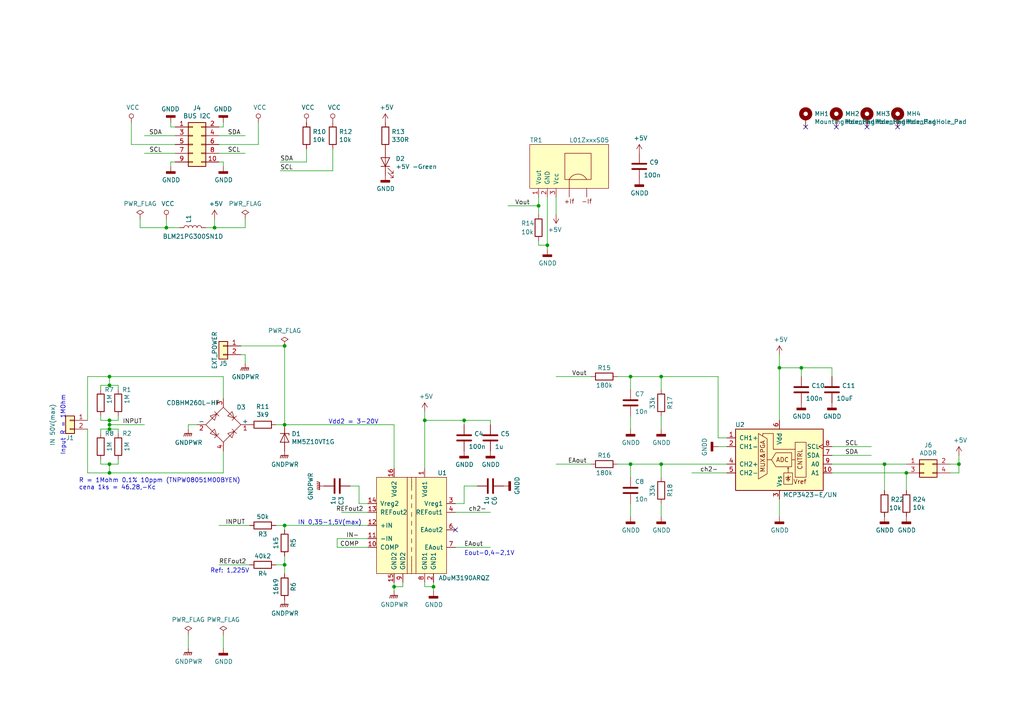
<source format=kicad_sch>
(kicad_sch (version 20230121) (generator eeschema)
  (paper "A4")
  (title_block (title "VCAI2C02A") (date "%F") (rev "REV") (company "VCO34 for Mlab www.mlab.cz") (comment 2 "High-power voltage and current sensor\\nwith I2C interface.") (comment 4 "GPL 3.0"))
  (lib_symbols
    (symbol "ADuM3190:ADuM3190" (pin_names (offset 1.016))
      (property "Reference" "U" (at -8.89 11.43 0))
      (property "Value" "ADuM3190" (at 12.7 -19.05 0))
      (symbol "ADuM3190_0_1"
        (rectangle (start -10.16 10.16) (end 10.16 -17.78) (fill (type background)))
        (polyline (pts (xy -1.27 10.16) (xy -1.27 -17.78)))
        (polyline (pts (xy 0 -17.78) (xy 0 -16.51)))
        (polyline (pts (xy 0 -16.51) (xy 0 -15.24)))
        (polyline (pts (xy 0 -15.24) (xy 0 -13.97)))
        (polyline (pts (xy 0 -13.97) (xy 0 -12.7)))
        (polyline (pts (xy 0 -10.16) (xy 0 -11.43)))
        (polyline (pts (xy 0 -7.62) (xy 0 -8.89)))
        (polyline (pts (xy 0 -5.08) (xy 0 -6.35)))
        (polyline (pts (xy 0 -2.54) (xy 0 -3.81)))
        (polyline (pts (xy 0 0) (xy 0 -1.27)))
        (polyline (pts (xy 0 2.54) (xy 0 1.27)))
        (polyline (pts (xy 0 5.08) (xy 0 3.81)))
        (polyline (pts (xy 0 7.62) (xy 0 6.35)))
        (polyline (pts (xy 0 7.62) (xy 0 8.89)))
        (polyline (pts (xy 0 10.16) (xy 0 8.89)))
        (polyline (pts (xy 1.27 10.16) (xy 1.27 -17.78)))
      )
      (symbol "ADuM3190_1_1"
        (pin power_in line (at -3.81 12.7 270) (length 2.54) (name "Vdd1") (number "1"))
        (pin output line (at 12.7 -10.16 180) (length 2.54) (name "COMP") (number "10"))
        (pin input line (at 12.7 -7.62 180) (length 2.54) (name "-IN") (number "11"))
        (pin input line (at 12.7 -3.81 180) (length 2.54) (name "+IN") (number "12"))
        (pin output line (at 12.7 0 180) (length 2.54) (name "REFout2") (number "13"))
        (pin input line (at 12.7 2.54 180) (length 2.54) (name "Vreg2") (number "14"))
        (pin power_in line (at 5.08 -20.32 90) (length 2.54) (name "GND2") (number "15"))
        (pin power_in line (at 5.08 12.7 270) (length 2.54) (name "Vdd2") (number "16"))
        (pin power_in line (at -6.35 -20.32 90) (length 2.54) (name "GND1") (number "2"))
        (pin input line (at -12.7 2.54 0) (length 2.54) (name "Vreg1") (number "3"))
        (pin output line (at -12.7 0 0) (length 2.54) (name "REFout1") (number "4"))
        (pin no_connect line (at -12.7 -2.54 0) (length 2.54) hide (name "NC") (number "5"))
        (pin output line (at -12.7 -5.08 0) (length 2.54) (name "EAout2") (number "6"))
        (pin output line (at -12.7 -10.16 0) (length 2.54) (name "EAout") (number "7"))
        (pin power_in line (at -3.81 -20.32 90) (length 2.54) (name "GND1") (number "8"))
        (pin power_in line (at 2.54 -20.32 90) (length 2.54) (name "GND2") (number "9"))
      )
    )
    (symbol "L01ZxxxS05:L01ZxxxS05" (pin_names (offset 1.016))
      (property "Reference" "TR" (at -7.62 12.7 0))
      (property "Value" "L01ZxxxS05" (at 5.08 12.7 0))
      (symbol "L01ZxxxS05_0_0"
        (text "+If" (at 2.54 -5.08 0) (effects (font (size 1.27 1.27))))
        (text "-If" (at 7.62 -5.08 0) (effects (font (size 1.27 1.27))))
      )
      (symbol "L01ZxxxS05_0_1"
        (rectangle (start -8.89 11.43) (end 13.97 -1.27) (fill (type background)))
        (polyline (pts (xy 2.54 1.27) (xy 2.54 -3.81)))
        (polyline (pts (xy 7.62 -1.27) (xy 7.62 -3.81)))
        (rectangle (start 1.27 8.89) (end 8.89 1.27))
        (arc (start 7.62 1.27) (mid 5.08 2.8398) (end 2.54 1.27))
      )
      (symbol "L01ZxxxS05_1_1"
        (pin power_out line (at -6.35 -3.81 90) (length 2.54) (name "Vout") (number "1"))
        (pin power_in line (at -3.81 -3.81 90) (length 2.54) (name "GND") (number "2"))
        (pin power_in line (at -1.27 -3.81 90) (length 2.54) (name "Vcc") (number "3"))
      )
    )
    (symbol "VCAI2C02A-rescue:+5V-power" (power) (pin_names (offset 0))
      (property "Value" "+5V-power" (at 0 3.556 0))
      (symbol "+5V-power_0_1"
        (polyline (pts (xy -0.762 1.27) (xy 0 2.54)))
        (polyline (pts (xy 0 0) (xy 0 2.54)))
        (polyline (pts (xy 0 2.54) (xy 0.762 1.27)))
      )
      (symbol "+5V-power_1_1"
        (pin power_in line (at 0 0 90) (length 0) hide (name "+5V") (number "1"))
      )
    )
    (symbol "VCAI2C02A-rescue:C-Device" (pin_numbers hide) (pin_names (offset 0.254))
      (property "Reference" "C" (at 0.635 2.54 0))
      (property "Value" "C-Device" (at 0.635 -2.54 0))
      (symbol "C-Device_0_1"
        (polyline (pts (xy -2.032 -0.762) (xy 2.032 -0.762)) (stroke (width 0.508)))
        (polyline (pts (xy -2.032 0.762) (xy 2.032 0.762)) (stroke (width 0.508)))
      )
      (symbol "C-Device_1_1"
        (pin passive line (at 0 3.81 270) (length 2.794) (name "~") (number "1"))
        (pin passive line (at 0 -3.81 90) (length 2.794) (name "~") (number "2"))
      )
    )
    (symbol "VCAI2C02A-rescue:Conn_01x02-Connector_Generic" (pin_names (offset 1.016) hide)
      (property "Reference" "J" (at 0 2.54 0))
      (property "Value" "Conn_01x02-Connector_Generic" (at 0 -5.08 0))
      (symbol "Conn_01x02-Connector_Generic_1_1"
        (rectangle (start -1.27 -2.413) (end 0 -2.667) (stroke (width 0.1524)))
        (rectangle (start -1.27 0.127) (end 0 -0.127) (stroke (width 0.1524)))
        (rectangle (start -1.27 1.27) (end 1.27 -3.81) (stroke (width 0.254)) (fill (type background)))
        (pin passive line (at -5.08 0 0) (length 3.81) (name "Pin_1") (number "1"))
        (pin passive line (at -5.08 -2.54 0) (length 3.81) (name "Pin_2") (number "2"))
      )
    )
    (symbol "VCAI2C02A-rescue:Conn_02x02_Odd_Even-Connector_Generic" (pin_names (offset 1.016) hide)
      (property "Reference" "J" (at 1.27 2.54 0))
      (property "Value" "Conn_02x02_Odd_Even-Connector_Generic" (at 1.27 -5.08 0))
      (symbol "Conn_02x02_Odd_Even-Connector_Generic_1_1"
        (rectangle (start -1.27 -2.413) (end 0 -2.667) (stroke (width 0.1524)))
        (rectangle (start -1.27 0.127) (end 0 -0.127) (stroke (width 0.1524)))
        (rectangle (start -1.27 1.27) (end 3.81 -3.81) (stroke (width 0.254)) (fill (type background)))
        (rectangle (start 3.81 -2.413) (end 2.54 -2.667) (stroke (width 0.1524)))
        (rectangle (start 3.81 0.127) (end 2.54 -0.127) (stroke (width 0.1524)))
        (pin passive line (at -5.08 0 0) (length 3.81) (name "Pin_1") (number "1"))
        (pin passive line (at 7.62 0 180) (length 3.81) (name "Pin_2") (number "2"))
        (pin passive line (at -5.08 -2.54 0) (length 3.81) (name "Pin_3") (number "3"))
        (pin passive line (at 7.62 -2.54 180) (length 3.81) (name "Pin_4") (number "4"))
      )
    )
    (symbol "VCAI2C02A-rescue:Conn_02x05_Odd_Even-Connector_Generic" (pin_names (offset 1.016) hide)
      (property "Reference" "J" (at 1.27 7.62 0))
      (property "Value" "Conn_02x05_Odd_Even-Connector_Generic" (at 1.27 -7.62 0))
      (symbol "Conn_02x05_Odd_Even-Connector_Generic_1_1"
        (rectangle (start -1.27 -4.953) (end 0 -5.207) (stroke (width 0.1524)))
        (rectangle (start -1.27 -2.413) (end 0 -2.667) (stroke (width 0.1524)))
        (rectangle (start -1.27 0.127) (end 0 -0.127) (stroke (width 0.1524)))
        (rectangle (start -1.27 2.667) (end 0 2.413) (stroke (width 0.1524)))
        (rectangle (start -1.27 5.207) (end 0 4.953) (stroke (width 0.1524)))
        (rectangle (start -1.27 6.35) (end 3.81 -6.35) (stroke (width 0.254)) (fill (type background)))
        (rectangle (start 3.81 -4.953) (end 2.54 -5.207) (stroke (width 0.1524)))
        (rectangle (start 3.81 -2.413) (end 2.54 -2.667) (stroke (width 0.1524)))
        (rectangle (start 3.81 0.127) (end 2.54 -0.127) (stroke (width 0.1524)))
        (rectangle (start 3.81 2.667) (end 2.54 2.413) (stroke (width 0.1524)))
        (rectangle (start 3.81 5.207) (end 2.54 4.953) (stroke (width 0.1524)))
        (pin passive line (at -5.08 5.08 0) (length 3.81) (name "Pin_1") (number "1"))
        (pin passive line (at 7.62 -5.08 180) (length 3.81) (name "Pin_10") (number "10"))
        (pin passive line (at 7.62 5.08 180) (length 3.81) (name "Pin_2") (number "2"))
        (pin passive line (at -5.08 2.54 0) (length 3.81) (name "Pin_3") (number "3"))
        (pin passive line (at 7.62 2.54 180) (length 3.81) (name "Pin_4") (number "4"))
        (pin passive line (at -5.08 0 0) (length 3.81) (name "Pin_5") (number "5"))
        (pin passive line (at 7.62 0 180) (length 3.81) (name "Pin_6") (number "6"))
        (pin passive line (at -5.08 -2.54 0) (length 3.81) (name "Pin_7") (number "7"))
        (pin passive line (at 7.62 -2.54 180) (length 3.81) (name "Pin_8") (number "8"))
        (pin passive line (at -5.08 -5.08 0) (length 3.81) (name "Pin_9") (number "9"))
      )
    )
    (symbol "VCAI2C02A-rescue:D_Bridge_+-AA-Device" (pin_names (offset 0))
      (property "Reference" "D" (at 2.54 6.985 0))
      (property "Value" "D_Bridge_+-AA-Device" (at 2.54 5.08 0))
      (symbol "D_Bridge_+-AA-Device_0_1"
        (polyline (pts (xy -2.54 3.81) (xy -1.27 2.54)))
        (polyline (pts (xy -1.27 -2.54) (xy -2.54 -3.81)))
        (polyline (pts (xy 2.54 -1.27) (xy 3.81 -2.54)))
        (polyline (pts (xy 2.54 1.27) (xy 3.81 2.54)))
        (polyline (pts (xy -3.81 2.54) (xy -2.54 1.27) (xy -1.905 3.175) (xy -3.81 2.54)))
        (polyline (pts (xy -2.54 -1.27) (xy -3.81 -2.54) (xy -1.905 -3.175) (xy -2.54 -1.27)))
        (polyline (pts (xy 1.27 2.54) (xy 2.54 3.81) (xy 3.175 1.905) (xy 1.27 2.54)))
        (polyline (pts (xy 3.175 -1.905) (xy 1.27 -2.54) (xy 2.54 -3.81) (xy 3.175 -1.905)))
        (polyline (pts (xy -5.08 0) (xy 0 -5.08) (xy 5.08 0) (xy 0 5.08) (xy -5.08 0)))
      )
      (symbol "D_Bridge_+-AA-Device_1_1"
        (pin passive line (at 7.62 0 180) (length 2.54) (name "+") (number "1"))
        (pin passive line (at -7.62 0 0) (length 2.54) (name "-") (number "2"))
        (pin passive line (at 0 7.62 270) (length 2.54) (name "~") (number "3"))
        (pin passive line (at 0 -7.62 90) (length 2.54) (name "~") (number "4"))
      )
    )
    (symbol "VCAI2C02A-rescue:D_Zener-Device" (pin_numbers hide) (pin_names (offset 1.016) hide)
      (property "Reference" "D" (at 0 2.54 0))
      (property "Value" "D_Zener-Device" (at 0 -2.54 0))
      (symbol "D_Zener-Device_0_1"
        (polyline (pts (xy 1.27 0) (xy -1.27 0)))
        (polyline (pts (xy -1.27 -1.27) (xy -1.27 1.27) (xy -0.762 1.27)) (stroke (width 0.2032)))
        (polyline (pts (xy 1.27 -1.27) (xy 1.27 1.27) (xy -1.27 0) (xy 1.27 -1.27)) (stroke (width 0.2032)))
      )
      (symbol "D_Zener-Device_1_1"
        (pin passive line (at -3.81 0 0) (length 2.54) (name "K") (number "1"))
        (pin passive line (at 3.81 0 180) (length 2.54) (name "A") (number "2"))
      )
    )
    (symbol "VCAI2C02A-rescue:GNDD-power" (power) (pin_names (offset 0))
      (property "Value" "GNDD-power" (at 0 -3.175 0))
      (symbol "GNDD-power_0_1"
        (rectangle (start -1.27 -1.524) (end 1.27 -2.032) (stroke (width 0.254)) (fill (type outline)))
        (polyline (pts (xy 0 0) (xy 0 -1.524)))
      )
      (symbol "GNDD-power_1_1"
        (pin power_in line (at 0 0 270) (length 0) hide (name "GNDD") (number "1"))
      )
    )
    (symbol "VCAI2C02A-rescue:GNDPWR-power" (power) (pin_names (offset 0))
      (property "Value" "GNDPWR-power" (at 0 -3.302 0))
      (symbol "GNDPWR-power_0_1"
        (polyline (pts (xy 0 -1.27) (xy 0 0)))
        (polyline (pts (xy -1.016 -1.27) (xy -1.27 -2.032) (xy -1.27 -2.032)) (stroke (width 0.2032)))
        (polyline (pts (xy -0.508 -1.27) (xy -0.762 -2.032) (xy -0.762 -2.032)) (stroke (width 0.2032)))
        (polyline (pts (xy 0 -1.27) (xy -0.254 -2.032) (xy -0.254 -2.032)) (stroke (width 0.2032)))
        (polyline (pts (xy 0.508 -1.27) (xy 0.254 -2.032) (xy 0.254 -2.032)) (stroke (width 0.2032)))
        (polyline (pts (xy 1.016 -1.27) (xy -1.016 -1.27) (xy -1.016 -1.27)) (stroke (width 0.2032)))
        (polyline (pts (xy 1.016 -1.27) (xy 0.762 -2.032) (xy 0.762 -2.032) (xy 0.762 -2.032)) (stroke (width 0.2032)))
      )
      (symbol "GNDPWR-power_1_1"
        (pin power_in line (at 0 0 270) (length 0) hide (name "GNDPWR") (number "1"))
      )
    )
    (symbol "VCAI2C02A-rescue:L-Device" (pin_numbers hide) (pin_names (offset 1.016) hide)
      (property "Reference" "L" (at -1.27 0 90))
      (property "Value" "L-Device" (at 1.905 0 90))
      (symbol "L-Device_0_1"
        (arc (start 0 -2.54) (mid 0.6323 -1.905) (end 0 -1.27))
        (arc (start 0 -1.27) (mid 0.6323 -0.635) (end 0 0))
        (arc (start 0 0) (mid 0.6323 0.635) (end 0 1.27))
        (arc (start 0 1.27) (mid 0.6323 1.905) (end 0 2.54))
      )
      (symbol "L-Device_1_1"
        (pin passive line (at 0 3.81 270) (length 1.27) (name "1") (number "1"))
        (pin passive line (at 0 -3.81 90) (length 1.27) (name "2") (number "2"))
      )
    )
    (symbol "VCAI2C02A-rescue:LED-Device" (pin_numbers hide) (pin_names (offset 1.016) hide)
      (property "Reference" "D" (at 0 2.54 0))
      (property "Value" "LED-Device" (at 0 -2.54 0))
      (symbol "LED-Device_0_1"
        (polyline (pts (xy -1.27 -1.27) (xy -1.27 1.27)) (stroke (width 0.2032)))
        (polyline (pts (xy -1.27 0) (xy 1.27 0)))
        (polyline (pts (xy 1.27 -1.27) (xy 1.27 1.27) (xy -1.27 0) (xy 1.27 -1.27)) (stroke (width 0.2032)))
        (polyline (pts (xy -3.048 -0.762) (xy -4.572 -2.286) (xy -3.81 -2.286) (xy -4.572 -2.286) (xy -4.572 -1.524)))
        (polyline (pts (xy -1.778 -0.762) (xy -3.302 -2.286) (xy -2.54 -2.286) (xy -3.302 -2.286) (xy -3.302 -1.524)))
      )
      (symbol "LED-Device_1_1"
        (pin passive line (at -3.81 0 0) (length 2.54) (name "K") (number "1"))
        (pin passive line (at 3.81 0 180) (length 2.54) (name "A") (number "2"))
      )
    )
    (symbol "VCAI2C02A-rescue:MCP3423-Analog_ADC" (pin_names (offset 1.016))
      (property "Reference" "U" (at -2.54 11.43 0))
      (property "Value" "MCP3423-Analog_ADC" (at -2.54 8.89 0))
      (symbol "MCP3423-Analog_ADC_0_0"
        (polyline (pts (xy -6.096 6.35) (xy -3.556 4.826) (xy -3.556 -5.334) (xy -6.096 -6.858) (xy -6.096 6.35)))
        (polyline (pts (xy 4.572 1.778) (xy -1.778 1.778) (xy -1.778 6.35) (xy -4.826 6.35) (xy -4.826 5.588)))
        (polyline (pts (xy 3.556 0.762) (xy 3.556 -3.302) (xy -1.016 -3.302) (xy -2.286 -1.27) (xy -1.016 0.762) (xy 3.556 0.762)))
        (text "ADC" (at 0.889 -1.27 0) (effects (font (size 1.27 1.27))))
        (text "CNTRL" (at 6.731 -4.191 900) (effects (font (size 1.27 1.27)) (justify left bottom)))
        (text "MUX&PGA" (at -4.826 -0.254 900) (effects (font (size 1.27 1.27))))
        (text "Vref" (at 5.969 -7.62 0) (effects (font (size 1.27 1.27))))
      )
      (symbol "MCP3423-Analog_ADC_0_1"
        (polyline (pts (xy -3.556 -1.27) (xy -2.286 -1.27)))
        (polyline (pts (xy 2.032 -6.35) (xy 1.778 -6.604)))
        (polyline (pts (xy 2.54 -5.842) (xy 2.54 -7.62)))
        (polyline (pts (xy 2.54 -3.556) (xy 2.794 -3.81)))
        (polyline (pts (xy 3.556 -1.27) (xy 4.572 -1.27)))
        (polyline (pts (xy 2.032 -6.35) (xy 3.048 -6.35) (xy 3.302 -6.096)))
        (polyline (pts (xy 2.54 -5.08) (xy 2.54 -3.556) (xy 2.286 -3.81)))
        (polyline (pts (xy 2.54 -6.35) (xy 2.032 -7.112) (xy 3.048 -7.112) (xy 2.54 -6.35)))
        (rectangle (start 1.27 -5.08) (end 3.81 -8.382))
        (rectangle (start 4.572 -6.35) (end 7.747 3.81))
        (rectangle (start 12.7 7.62) (end -12.7 -10.16) (stroke (width 0.254)) (fill (type background)))
      )
      (symbol "MCP3423-Analog_ADC_1_1"
        (pin input line (at -15.24 5.08 0) (length 2.54) (name "CH1+") (number "1"))
        (pin input line (at 15.24 -5.08 180) (length 2.54) (name "A1") (number "10"))
        (pin input line (at -15.24 2.54 0) (length 2.54) (name "CH1-") (number "2"))
        (pin power_in line (at 0 -12.7 90) (length 2.54) (name "Vss") (number "3"))
        (pin input line (at -15.24 -2.54 0) (length 2.54) (name "CH2+") (number "4"))
        (pin input line (at -15.24 -5.08 0) (length 2.54) (name "CH2-") (number "5"))
        (pin power_in line (at 0 10.16 270) (length 2.54) (name "Vdd") (number "6"))
        (pin bidirectional line (at 15.24 0 180) (length 2.54) (name "SDA") (number "7"))
        (pin input clock (at 15.24 2.54 180) (length 2.54) (name "SCL") (number "8"))
        (pin input line (at 15.24 -2.54 180) (length 2.54) (name "A0") (number "9"))
      )
    )
    (symbol "VCAI2C02A-rescue:MountingHole_Pad-Mechanical" (pin_numbers hide) (pin_names (offset 1.016) hide)
      (property "Reference" "H" (at 0 6.35 0))
      (property "Value" "MountingHole_Pad-Mechanical" (at 0 4.445 0))
      (symbol "MountingHole_Pad-Mechanical_0_1"
        (circle (center 0 1.27) (radius 1.27) (stroke (width 1.27)))
      )
      (symbol "MountingHole_Pad-Mechanical_1_1"
        (pin input line (at 0 -2.54 90) (length 2.54) (name "1") (number "1"))
      )
    )
    (symbol "VCAI2C02A-rescue:PWR_FLAG-power" (power) (pin_numbers hide) (pin_names (offset 0) hide)
      (property "Value" "PWR_FLAG-power" (at 0 3.81 0))
      (symbol "PWR_FLAG-power_0_0"
        (pin power_out line (at 0 0 90) (length 0) (name "pwr") (number "1"))
      )
      (symbol "PWR_FLAG-power_0_1"
        (polyline (pts (xy 0 0) (xy 0 1.27) (xy -1.016 1.905) (xy 0 2.54) (xy 1.016 1.905) (xy 0 1.27)))
      )
    )
    (symbol "VCAI2C02A-rescue:R-Device" (pin_numbers hide) (pin_names (offset 0))
      (property "Reference" "R" (at 2.032 0 90))
      (property "Value" "R-Device" (at 0 0 90))
      (symbol "R-Device_0_1"
        (rectangle (start -1.016 -2.54) (end 1.016 2.54) (stroke (width 0.254)))
      )
      (symbol "R-Device_1_1"
        (pin passive line (at 0 3.81 270) (length 1.27) (name "~") (number "1"))
        (pin passive line (at 0 -3.81 90) (length 1.27) (name "~") (number "2"))
      )
    )
    (symbol "VCAI2C02A-rescue:VCC-power" (power) (pin_names (offset 0))
      (property "Value" "VCC-power" (at 0 3.81 0))
      (symbol "VCC-power_0_1"
        (polyline (pts (xy 0 0) (xy 0 1.27)))
        (circle (center 0 1.905) (radius 0.635))
      )
      (symbol "VCC-power_1_1"
        (pin power_in line (at 0 0 90) (length 0) hide (name "VCC") (number "1"))
      )
    )
  )
  (junction (at 62.23 66.04))
  (junction (at 256.54 134.62))
  (junction (at 114.3 170.18))
  (junction (at 31.75 111.76))
  (junction (at 278.13 134.62))
  (junction (at 82.55 123.19))
  (junction (at 156.21 59.69))
  (junction (at 31.75 121.92))
  (junction (at 226.06 106.68))
  (junction (at 82.55 100.33))
  (junction (at 31.75 134.62))
  (junction (at 31.75 123.19))
  (junction (at 232.41 106.68))
  (junction (at 191.77 134.62))
  (junction (at 191.77 109.22))
  (junction (at 31.75 109.22))
  (junction (at 123.19 121.92))
  (junction (at 262.89 137.16))
  (junction (at 134.62 121.92))
  (junction (at 31.75 124.46))
  (junction (at 31.75 137.16))
  (junction (at 158.75 71.12))
  (junction (at 82.55 163.83))
  (junction (at 82.55 152.4))
  (junction (at 182.88 109.22))
  (junction (at 125.73 170.18))
  (junction (at 182.88 134.62))
  (junction (at 48.26 66.04))
  (no_connect (at 251.46 36.83))
  (no_connect (at 233.68 36.83))
  (no_connect (at 132.08 153.67))
  (no_connect (at 242.57 36.83))
  (no_connect (at 260.35 36.83))
  (wire (pts (xy 34.29 111.76) (xy 34.29 113.03)))
  (wire (pts (xy 182.88 146.05) (xy 182.88 149.86)))
  (wire (pts (xy 106.68 146.05) (xy 104.14 146.05)))
  (wire (pts (xy 142.24 121.92) (xy 142.24 123.19)))
  (wire (pts (xy 226.06 106.68) (xy 226.06 121.92)))
  (wire (pts (xy 158.75 71.12) (xy 158.75 57.15)))
  (wire (pts (xy 156.21 71.12) (xy 158.75 71.12)))
  (wire (pts (xy 156.21 59.69) (xy 156.21 57.15)))
  (wire (pts (xy 278.13 134.62) (xy 278.13 132.08)))
  (wire (pts (xy 123.19 121.92) (xy 123.19 119.38)))
  (wire (pts (xy 69.85 102.87) (xy 71.12 102.87)))
  (wire (pts (xy 82.55 153.67) (xy 82.55 152.4)))
  (wire (pts (xy 125.73 170.18) (xy 125.73 171.45)))
  (wire (pts (xy 69.85 100.33) (xy 82.55 100.33)))
  (wire (pts (xy 123.19 170.18) (xy 125.73 170.18)))
  (wire (pts (xy 132.08 158.75) (xy 142.24 158.75)))
  (wire (pts (xy 40.64 63.5) (xy 40.64 66.04)))
  (wire (pts (xy 278.13 137.16) (xy 278.13 134.62)))
  (wire (pts (xy 191.77 109.22) (xy 208.28 109.22)))
  (wire (pts (xy 182.88 109.22) (xy 191.77 109.22)))
  (wire (pts (xy 182.88 134.62) (xy 191.77 134.62)))
  (wire (pts (xy 97.79 156.21) (xy 106.68 156.21)))
  (wire (pts (xy 208.28 127) (xy 210.82 127)))
  (wire (pts (xy 38.1 41.91) (xy 38.1 35.56)))
  (wire (pts (xy 241.3 137.16) (xy 262.89 137.16)))
  (wire (pts (xy 182.88 120.65) (xy 182.88 124.46)))
  (wire (pts (xy 63.5 44.45) (xy 71.12 44.45)))
  (wire (pts (xy 48.26 63.5) (xy 48.26 66.04)))
  (wire (pts (xy 116.84 170.18) (xy 114.3 170.18)))
  (wire (pts (xy 25.4 124.46) (xy 25.4 137.16)))
  (wire (pts (xy 134.62 146.05) (xy 134.62 140.97)))
  (wire (pts (xy 74.93 41.91) (xy 74.93 35.56)))
  (wire (pts (xy 54.61 124.46) (xy 54.61 123.19)))
  (wire (pts (xy 191.77 113.03) (xy 191.77 109.22)))
  (wire (pts (xy 210.82 129.54) (xy 208.28 129.54)))
  (wire (pts (xy 179.07 109.22) (xy 182.88 109.22)))
  (wire (pts (xy 29.21 125.73) (xy 29.21 124.46)))
  (wire (pts (xy 241.3 132.08) (xy 252.73 132.08)))
  (wire (pts (xy 114.3 135.89) (xy 114.3 123.19)))
  (wire (pts (xy 82.55 163.83) (xy 82.55 161.29)))
  (wire (pts (xy 31.75 134.62) (xy 34.29 134.62)))
  (wire (pts (xy 104.14 146.05) (xy 104.14 140.97)))
  (wire (pts (xy 241.3 129.54) (xy 252.73 129.54)))
  (wire (pts (xy 63.5 46.99) (xy 64.77 46.99)))
  (wire (pts (xy 29.21 134.62) (xy 31.75 134.62)))
  (wire (pts (xy 49.53 36.83) (xy 49.53 35.56)))
  (wire (pts (xy 226.06 144.78) (xy 226.06 149.86)))
  (wire (pts (xy 72.39 152.4) (xy 63.5 152.4)))
  (wire (pts (xy 114.3 168.91) (xy 114.3 170.18)))
  (wire (pts (xy 31.75 137.16) (xy 64.77 137.16)))
  (wire (pts (xy 256.54 134.62) (xy 262.89 134.62)))
  (wire (pts (xy 31.75 121.92) (xy 34.29 121.92)))
  (wire (pts (xy 275.59 134.62) (xy 278.13 134.62)))
  (wire (pts (xy 31.75 134.62) (xy 31.75 137.16)))
  (wire (pts (xy 88.9 46.99) (xy 88.9 43.18)))
  (wire (pts (xy 31.75 109.22) (xy 64.77 109.22)))
  (wire (pts (xy 64.77 109.22) (xy 64.77 115.57)))
  (wire (pts (xy 96.52 49.53) (xy 96.52 43.18)))
  (wire (pts (xy 171.45 109.22) (xy 161.29 109.22)))
  (wire (pts (xy 25.4 121.92) (xy 25.4 109.22)))
  (wire (pts (xy 97.79 158.75) (xy 106.68 158.75)))
  (wire (pts (xy 226.06 106.68) (xy 226.06 102.87)))
  (wire (pts (xy 29.21 124.46) (xy 31.75 124.46)))
  (wire (pts (xy 80.01 152.4) (xy 82.55 152.4)))
  (wire (pts (xy 50.8 44.45) (xy 41.91 44.45)))
  (wire (pts (xy 191.77 149.86) (xy 191.77 146.05)))
  (wire (pts (xy 191.77 134.62) (xy 210.82 134.62)))
  (wire (pts (xy 63.5 36.83) (xy 64.77 36.83)))
  (wire (pts (xy 123.19 135.89) (xy 123.19 121.92)))
  (wire (pts (xy 29.21 133.35) (xy 29.21 134.62)))
  (wire (pts (xy 171.45 134.62) (xy 161.29 134.62)))
  (wire (pts (xy 97.79 156.21) (xy 97.79 158.75)))
  (wire (pts (xy 80.01 123.19) (xy 82.55 123.19)))
  (wire (pts (xy 31.75 123.19) (xy 31.75 124.46)))
  (wire (pts (xy 49.53 36.83) (xy 50.8 36.83)))
  (wire (pts (xy 64.77 137.16) (xy 64.77 130.81)))
  (wire (pts (xy 64.77 36.83) (xy 64.77 35.56)))
  (wire (pts (xy 49.53 46.99) (xy 49.53 48.26)))
  (wire (pts (xy 64.77 46.99) (xy 64.77 48.26)))
  (wire (pts (xy 31.75 121.92) (xy 31.75 123.19)))
  (wire (pts (xy 232.41 109.22) (xy 232.41 106.68)))
  (wire (pts (xy 64.77 184.15) (xy 64.77 187.96)))
  (wire (pts (xy 114.3 170.18) (xy 114.3 171.45)))
  (wire (pts (xy 82.55 123.19) (xy 114.3 123.19)))
  (wire (pts (xy 132.08 148.59) (xy 142.24 148.59)))
  (wire (pts (xy 81.28 46.99) (xy 88.9 46.99)))
  (wire (pts (xy 134.62 121.92) (xy 142.24 121.92)))
  (wire (pts (xy 50.8 46.99) (xy 49.53 46.99)))
  (wire (pts (xy 191.77 138.43) (xy 191.77 134.62)))
  (wire (pts (xy 158.75 72.39) (xy 158.75 71.12)))
  (wire (pts (xy 25.4 137.16) (xy 31.75 137.16)))
  (wire (pts (xy 31.75 123.19) (xy 41.91 123.19)))
  (wire (pts (xy 182.88 138.43) (xy 182.88 134.62)))
  (wire (pts (xy 156.21 62.23) (xy 156.21 59.69)))
  (wire (pts (xy 241.3 106.68) (xy 241.3 109.22)))
  (wire (pts (xy 106.68 148.59) (xy 99.06 148.59)))
  (wire (pts (xy 29.21 113.03) (xy 29.21 111.76)))
  (wire (pts (xy 34.29 134.62) (xy 34.29 133.35)))
  (wire (pts (xy 262.89 142.24) (xy 262.89 137.16)))
  (wire (pts (xy 210.82 137.16) (xy 200.66 137.16)))
  (wire (pts (xy 125.73 168.91) (xy 125.73 170.18)))
  (wire (pts (xy 31.75 124.46) (xy 34.29 124.46)))
  (wire (pts (xy 48.26 66.04) (xy 52.07 66.04)))
  (wire (pts (xy 256.54 142.24) (xy 256.54 134.62)))
  (wire (pts (xy 62.23 66.04) (xy 71.12 66.04)))
  (wire (pts (xy 82.55 166.37) (xy 82.55 163.83)))
  (wire (pts (xy 191.77 124.46) (xy 191.77 120.65)))
  (wire (pts (xy 80.01 163.83) (xy 82.55 163.83)))
  (wire (pts (xy 29.21 111.76) (xy 31.75 111.76)))
  (wire (pts (xy 82.55 152.4) (xy 106.68 152.4)))
  (wire (pts (xy 81.28 49.53) (xy 96.52 49.53)))
  (wire (pts (xy 38.1 41.91) (xy 50.8 41.91)))
  (wire (pts (xy 40.64 66.04) (xy 48.26 66.04)))
  (wire (pts (xy 72.39 163.83) (xy 63.5 163.83)))
  (wire (pts (xy 50.8 39.37) (xy 41.91 39.37)))
  (wire (pts (xy 34.29 125.73) (xy 34.29 124.46)))
  (wire (pts (xy 54.61 184.15) (xy 54.61 187.96)))
  (wire (pts (xy 59.69 66.04) (xy 62.23 66.04)))
  (wire (pts (xy 62.23 66.04) (xy 62.23 63.5)))
  (wire (pts (xy 226.06 106.68) (xy 232.41 106.68)))
  (wire (pts (xy 208.28 109.22) (xy 208.28 127)))
  (wire (pts (xy 123.19 121.92) (xy 134.62 121.92)))
  (wire (pts (xy 232.41 106.68) (xy 241.3 106.68)))
  (wire (pts (xy 161.29 62.23) (xy 161.29 57.15)))
  (wire (pts (xy 34.29 120.65) (xy 34.29 121.92)))
  (wire (pts (xy 156.21 59.69) (xy 147.32 59.69)))
  (wire (pts (xy 82.55 100.33) (xy 82.55 123.19)))
  (wire (pts (xy 134.62 121.92) (xy 134.62 123.19)))
  (wire (pts (xy 71.12 66.04) (xy 71.12 63.5)))
  (wire (pts (xy 275.59 137.16) (xy 278.13 137.16)))
  (wire (pts (xy 132.08 146.05) (xy 134.62 146.05)))
  (wire (pts (xy 116.84 168.91) (xy 116.84 170.18)))
  (wire (pts (xy 156.21 69.85) (xy 156.21 71.12)))
  (wire (pts (xy 123.19 168.91) (xy 123.19 170.18)))
  (wire (pts (xy 63.5 39.37) (xy 71.12 39.37)))
  (wire (pts (xy 54.61 123.19) (xy 57.15 123.19)))
  (wire (pts (xy 29.21 121.92) (xy 31.75 121.92)))
  (wire (pts (xy 31.75 111.76) (xy 34.29 111.76)))
  (wire (pts (xy 134.62 140.97) (xy 138.43 140.97)))
  (wire (pts (xy 71.12 102.87) (xy 71.12 105.41)))
  (wire (pts (xy 241.3 134.62) (xy 256.54 134.62)))
  (wire (pts (xy 25.4 109.22) (xy 31.75 109.22)))
  (wire (pts (xy 31.75 111.76) (xy 31.75 109.22)))
  (wire (pts (xy 63.5 41.91) (xy 74.93 41.91)))
  (wire (pts (xy 182.88 113.03) (xy 182.88 109.22)))
  (wire (pts (xy 104.14 140.97) (xy 101.6 140.97)))
  (wire (pts (xy 29.21 121.92) (xy 29.21 120.65)))
  (wire (pts (xy 179.07 134.62) (xy 182.88 134.62)))
  (text "Vdd2 = 3-20V" (at 95.25 123.19 0) (effects (font (size 1.27 1.27)) (justify left bottom)))
  (text "IN 0,35-1,5V(max)" (at 86.36 152.4 0) (effects (font (size 1.27 1.27)) (justify left bottom)))
  (text "Input R = 1MOhm" (at 19.05 132.08 90) (effects (font (size 1.27 1.27)) (justify left bottom)))
  (text "R = 1Mohm 0.1% 10ppm (TNPW08051M00BYEN)\ncena 1ks = 46.28,-Kc" (at 22.86 142.24 0) (effects (font (size 1.27 1.27)) (justify left bottom)))
  (text "Eout-0,4-2,1V" (at 134.62 161.29 0) (effects (font (size 1.27 1.27)) (justify left bottom)))
  (text "Ref: 1,225V" (at 60.96 166.37 0) (effects (font (size 1.27 1.27)) (justify left bottom)))
  (label "SCL" (at 245.11 129.54 0))
  (label "SCL" (at 66.04 44.45 0))
  (label "SDA" (at 46.99 39.37 180))
  (label "SCL" (at 81.28 49.53 0))
  (label "ch2-" (at 208.28 137.16 180))
  (label "SDA" (at 245.11 132.08 0))
  (label "Vout" (at 153.67 59.69 180))
  (label "REFout2" (at 105.41 148.59 180))
  (label "INPUT" (at 35.56 123.19 0))
  (label "SCL" (at 46.99 44.45 180))
  (label "EAout" (at 134.62 158.75 0))
  (label "ch2-" (at 135.89 148.59 0))
  (label "REFout2" (at 63.5 163.83 0))
  (label "SDA" (at 81.28 46.99 0))
  (label "SDA" (at 66.04 39.37 0))
  (label "INPUT" (at 71.12 152.4 180))
  (label "COMP" (at 104.14 158.75 180))
  (label "IN-" (at 104.14 156.21 180))
  (label "Vout" (at 170.18 109.22 180))
  (label "EAout" (at 170.18 134.62 180))
  (symbol (lib_id "VCAI2C02A-rescue:MCP3423-Analog_ADC") (at 226.06 132.08 0) (unit 1)
    (property "Reference" "U2" (at 214.63 123.19 0))
    (property "Value" "MCP3423-E/UN" (at 234.95 143.51 0))
    (property "Footprint" "Mlab_IO:MSOP-10_3x3mm_P0.5mm" (effects hide))
    (property "Datasheet" "http://ww1.microchip.com/downloads/en/DeviceDoc/22088c.pdf" (effects hide))
    (property "MFPN" "MCP3423-E/UN" (effects hide))
    (property "UST_ID" "5cb589b51287500e61c996bf" (effects hide))
  )
  (symbol (lib_id "VCAI2C02A-rescue:GNDPWR-power") (at 114.3 171.45 0) (unit 1)
    (property "Reference" "#PWR024" (effects hide))
    (property "Value" "GNDPWR" (at 114.4016 175.3616 0))
  )
  (symbol (lib_id "VCAI2C02A-rescue:GNDD-power") (at 125.73 171.45 0) (unit 1)
    (property "Reference" "#PWR026" (effects hide))
    (property "Value" "GNDD" (at 125.8316 175.387 0))
  )
  (symbol (lib_id "VCAI2C02A-rescue:Conn_01x02-Connector_Generic") (at 20.32 121.92 0) (mirror y) (unit 1)
    (property "Reference" "J1" (at 20.32 127 0))
    (property "Value" "IN 50V(max)" (at 15.24 123.19 90))
    (property "Footprint" "Mlab_CON:XT30PW-M" (effects hide))
    (property "UST_ID" "5c70984812875079b91f8ba8" (effects hide))
  )
  (symbol (lib_id "VCAI2C02A-rescue:R-Device") (at 34.29 116.84 0) (unit 1)
    (property "Reference" "R1" (at 38.1 113.03 0) (effects (justify right)))
    (property "Value" "1M" (at 36.83 114.3 90) (effects (justify right)))
    (property "Footprint" "Resistor_SMD:R_0805_2012Metric" (effects hide))
    (property "UST_ID" "5c70984712875079b91f8aaa" (effects hide))
  )
  (symbol (lib_id "VCAI2C02A-rescue:R-Device") (at 34.29 129.54 0) (unit 1)
    (property "Reference" "R2" (at 36.83 125.73 0))
    (property "Value" "1M" (at 36.83 129.54 90))
    (property "Footprint" "Resistor_SMD:R_0805_2012Metric" (effects hide))
    (property "UST_ID" "5c70984712875079b91f8aaa" (effects hide))
  )
  (symbol (lib_id "VCAI2C02A-rescue:R-Device") (at 76.2 123.19 270) (unit 1)
    (property "Reference" "R11" (at 76.2 117.9322 90))
    (property "Value" "3k9" (at 76.2 120.2436 90))
    (property "Footprint" "Resistor_SMD:R_0805_2012Metric" (effects hide))
    (property "UST_ID" "5c70984612875079b91f8994" (effects hide))
  )
  (symbol (lib_id "VCAI2C02A-rescue:D_Zener-Device") (at 82.55 127 270) (unit 1)
    (property "Reference" "D1" (at 84.5566 125.8316 90) (effects (justify left)))
    (property "Value" "MM5Z10VT1G" (at 84.5566 128.143 90) (effects (justify left)))
    (property "Footprint" "Diode_SMD:D_SOD-523" (effects hide))
    (property "UST_ID" "5cb5832e1287500e61c99679" (effects hide))
  )
  (symbol (lib_id "VCAI2C02A-rescue:GNDPWR-power") (at 82.55 130.81 0) (unit 1)
    (property "Reference" "#PWR021" (effects hide))
    (property "Value" "GNDPWR" (at 82.6516 134.7216 0))
  )
  (symbol (lib_id "VCAI2C02A-rescue:Conn_01x02-Connector_Generic") (at 64.77 100.33 0) (mirror y) (unit 1)
    (property "Reference" "J5" (at 64.77 105.41 0))
    (property "Value" "EXT_POWER" (at 62.23 101.6 90))
    (property "Footprint" "Mlab_Pin_Headers:Straight_2x01" (effects hide))
  )
  (symbol (lib_id "VCAI2C02A-rescue:Conn_02x05_Odd_Even-Connector_Generic") (at 55.88 41.91 0) (unit 1)
    (property "Reference" "J4" (at 57.15 31.3182 0))
    (property "Value" "BUS I2C" (at 57.15 33.6296 0))
    (property "Footprint" "Mlab_Pin_Headers:Straight_2x05" (effects hide))
  )
  (symbol (lib_id "VCAI2C02A-rescue:R-Device") (at 88.9 39.37 0) (unit 1)
    (property "Reference" "R10" (at 90.678 38.2016 0) (effects (justify left)))
    (property "Value" "10k" (at 90.678 40.513 0) (effects (justify left)))
    (property "Footprint" "Resistor_SMD:R_0805_2012Metric" (effects hide))
    (property "UST_ID" "5c70984612875079b91f899f" (effects hide))
  )
  (symbol (lib_id "VCAI2C02A-rescue:R-Device") (at 96.52 39.37 0) (unit 1)
    (property "Reference" "R12" (at 98.298 38.2016 0) (effects (justify left)))
    (property "Value" "10k" (at 98.298 40.513 0) (effects (justify left)))
    (property "Footprint" "Resistor_SMD:R_0805_2012Metric" (effects hide))
    (property "UST_ID" "5c70984612875079b91f899f" (effects hide))
  )
  (symbol (lib_id "VCAI2C02A-rescue:C-Device") (at 134.62 127 0) (unit 1)
    (property "Reference" "C4" (at 137.541 125.8316 0) (effects (justify left)))
    (property "Value" "100n" (at 135.89 129.54 0) (effects (justify left)))
    (property "Footprint" "Capacitor_SMD:C_0805_2012Metric" (effects hide))
    (property "UST_ID" "5c70984712875079b91f8b4c" (effects hide))
  )
  (symbol (lib_id "VCAI2C02A-rescue:C-Device") (at 142.24 127 0) (unit 1)
    (property "Reference" "C5" (at 145.161 125.8316 0) (effects (justify left)))
    (property "Value" "1u" (at 143.51 129.54 0) (effects (justify left)))
    (property "Footprint" "Capacitor_SMD:C_0805_2012Metric" (effects hide))
    (property "UST_ID" "5c70984812875079b91f8bc2" (effects hide))
  )
  (symbol (lib_id "VCAI2C02A-rescue:GNDD-power") (at 49.53 35.56 180) (unit 1)
    (property "Reference" "#PWR07" (effects hide))
    (property "Value" "GNDD" (at 49.4284 31.623 0))
  )
  (symbol (lib_id "VCAI2C02A-rescue:GNDD-power") (at 64.77 35.56 180) (unit 1)
    (property "Reference" "#PWR012" (effects hide))
    (property "Value" "GNDD" (at 64.6684 31.623 0))
  )
  (symbol (lib_id "VCAI2C02A-rescue:GNDD-power") (at 49.53 48.26 0) (unit 1)
    (property "Reference" "#PWR08" (effects hide))
    (property "Value" "GNDD" (at 49.6316 52.197 0))
  )
  (symbol (lib_id "VCAI2C02A-rescue:GNDD-power") (at 64.77 48.26 0) (unit 1)
    (property "Reference" "#PWR013" (effects hide))
    (property "Value" "GNDD" (at 64.8716 52.197 0))
  )
  (symbol (lib_id "VCAI2C02A-rescue:GNDD-power") (at 134.62 130.81 0) (unit 1)
    (property "Reference" "#PWR027" (effects hide))
    (property "Value" "GNDD" (at 134.7216 134.747 0))
  )
  (symbol (lib_id "VCAI2C02A-rescue:GNDD-power") (at 142.24 130.81 0) (unit 1)
    (property "Reference" "#PWR028" (effects hide))
    (property "Value" "GNDD" (at 142.3416 134.747 0))
  )
  (symbol (lib_id "VCAI2C02A-rescue:C-Device") (at 232.41 113.03 0) (unit 1)
    (property "Reference" "C10" (at 235.331 111.8616 0) (effects (justify left)))
    (property "Value" "100n" (at 233.68 115.57 0) (effects (justify left)))
    (property "Footprint" "Capacitor_SMD:C_0805_2012Metric" (effects hide))
    (property "UST_ID" "5c70984712875079b91f8b4c" (effects hide))
  )
  (symbol (lib_id "VCAI2C02A-rescue:C-Device") (at 241.3 113.03 0) (unit 1)
    (property "Reference" "C11" (at 244.221 111.8616 0) (effects (justify left)))
    (property "Value" "10uF" (at 242.57 115.57 0) (effects (justify left)))
    (property "Footprint" "Capacitor_Tantalum_SMD:CP_EIA-3528-21_Kemet-B" (effects hide))
    (property "UST_ID" "5c70984412875079b91f8865" (effects hide))
  )
  (symbol (lib_id "VCAI2C02A-rescue:GNDD-power") (at 232.41 116.84 0) (unit 1)
    (property "Reference" "#PWR040" (effects hide))
    (property "Value" "GNDD" (at 232.5116 120.777 0))
  )
  (symbol (lib_id "VCAI2C02A-rescue:GNDD-power") (at 241.3 116.84 0) (unit 1)
    (property "Reference" "#PWR042" (effects hide))
    (property "Value" "GNDD" (at 241.4016 120.777 0))
  )
  (symbol (lib_id "VCAI2C02A-rescue:L-Device") (at 55.88 66.04 90) (unit 1)
    (property "Reference" "L1" (at 54.7116 64.6938 0) (effects (justify left)))
    (property "Value" "BLM21PG300SN1D" (at 64.77 68.58 90) (effects (justify left)))
    (property "Footprint" "Mlab_L:BLM21PG_3Amp" (effects hide))
    (property "UST_ID" "5c70984412875079b91f87fd" (effects hide))
  )
  (symbol (lib_id "VCAI2C02A-rescue:R-Device") (at 256.54 146.05 0) (unit 1)
    (property "Reference" "R22" (at 258.318 144.8816 0) (effects (justify left)))
    (property "Value" "10k" (at 257.81 147.32 0) (effects (justify left)))
    (property "Footprint" "Resistor_SMD:R_0805_2012Metric" (effects hide))
    (property "UST_ID" "5c70984612875079b91f899f" (effects hide))
  )
  (symbol (lib_id "VCAI2C02A-rescue:R-Device") (at 262.89 146.05 0) (unit 1)
    (property "Reference" "R24" (at 264.668 144.8816 0) (effects (justify left)))
    (property "Value" "10k" (at 264.668 147.193 0) (effects (justify left)))
    (property "Footprint" "Resistor_SMD:R_0805_2012Metric" (effects hide))
    (property "UST_ID" "5c70984612875079b91f899f" (effects hide))
  )
  (symbol (lib_id "VCAI2C02A-rescue:VCC-power") (at 48.26 63.5 0) (unit 1)
    (property "Reference" "#PWR06" (effects hide))
    (property "Value" "VCC" (at 48.6918 59.1058 0))
  )
  (symbol (lib_id "VCAI2C02A-rescue:GNDD-power") (at 226.06 149.86 0) (unit 1)
    (property "Reference" "#PWR039" (effects hide))
    (property "Value" "GNDD" (at 226.1616 153.797 0))
  )
  (symbol (lib_id "VCAI2C02A-rescue:GNDD-power") (at 256.54 149.86 0) (unit 1)
    (property "Reference" "#PWR045" (effects hide))
    (property "Value" "GNDD" (at 256.6416 153.797 0))
  )
  (symbol (lib_id "VCAI2C02A-rescue:GNDD-power") (at 262.89 149.86 0) (unit 1)
    (property "Reference" "#PWR047" (effects hide))
    (property "Value" "GNDD" (at 262.9916 153.797 0))
  )
  (symbol (lib_id "VCAI2C02A-rescue:+5V-power") (at 62.23 63.5 0) (unit 1)
    (property "Reference" "#PWR011" (effects hide))
    (property "Value" "+5V" (at 62.611 59.1058 0))
  )
  (symbol (lib_id "VCAI2C02A-rescue:Conn_02x02_Odd_Even-Connector_Generic") (at 267.97 134.62 0) (unit 1)
    (property "Reference" "J6" (at 269.24 129.1082 0))
    (property "Value" "ADDR" (at 269.24 131.4196 0))
    (property "Footprint" "Mlab_Pin_Headers:Straight_2x02" (effects hide))
  )
  (symbol (lib_id "VCAI2C02A-rescue:VCC-power") (at 38.1 35.56 0) (unit 1)
    (property "Reference" "#PWR04" (effects hide))
    (property "Value" "VCC" (at 38.5318 31.1658 0))
  )
  (symbol (lib_id "VCAI2C02A-rescue:VCC-power") (at 74.93 35.56 0) (unit 1)
    (property "Reference" "#PWR016" (effects hide))
    (property "Value" "VCC" (at 75.3618 31.1658 0))
  )
  (symbol (lib_id "VCAI2C02A-rescue:VCC-power") (at 88.9 35.56 0) (unit 1)
    (property "Reference" "#PWR018" (effects hide))
    (property "Value" "VCC" (at 89.3318 31.1658 0))
  )
  (symbol (lib_id "VCAI2C02A-rescue:VCC-power") (at 96.52 35.56 0) (unit 1)
    (property "Reference" "#PWR020" (effects hide))
    (property "Value" "VCC" (at 96.9518 31.1658 0))
  )
  (symbol (lib_id "ADuM3190:ADuM3190") (at 119.38 148.59 0) (mirror y) (unit 1)
    (property "Reference" "U1" (at 128.27 137.16 0))
    (property "Value" "ADuM3190ARQZ" (at 134.62 167.64 0))
    (property "Footprint" "Mlab_IO:QSOP-16_3.9x4.9mm_P0.635mm" (effects hide))
    (property "MFPN" "ADuM3190ARQZ" (effects hide))
    (property "UST_ID" "5cb589091287500e61c996a0" (effects hide))
  )
  (symbol (lib_id "VCAI2C02A-rescue:+5V-power") (at 226.06 102.87 0) (unit 1)
    (property "Reference" "#PWR038" (effects hide))
    (property "Value" "+5V" (at 226.441 98.4758 0))
  )
  (symbol (lib_id "VCAI2C02A-rescue:C-Device") (at 185.42 48.26 0) (unit 1)
    (property "Reference" "C9" (at 188.341 47.0916 0) (effects (justify left)))
    (property "Value" "100n" (at 186.69 50.8 0) (effects (justify left)))
    (property "Footprint" "Capacitor_SMD:C_0805_2012Metric" (effects hide))
    (property "UST_ID" "5c70984712875079b91f8b4c" (effects hide))
  )
  (symbol (lib_id "VCAI2C02A-rescue:+5V-power") (at 161.29 62.23 180) (unit 1)
    (property "Reference" "#PWR031" (effects hide))
    (property "Value" "+5V" (at 160.909 66.6242 0))
  )
  (symbol (lib_id "VCAI2C02A-rescue:GNDD-power") (at 185.42 52.07 0) (unit 1)
    (property "Reference" "#PWR035" (effects hide))
    (property "Value" "GNDD" (at 185.5216 56.007 0))
  )
  (symbol (lib_id "VCAI2C02A-rescue:C-Device") (at 142.24 140.97 270) (unit 1)
    (property "Reference" "C6" (at 143.4084 143.891 0) (effects (justify left)))
    (property "Value" "1u" (at 141.097 143.891 0) (effects (justify left)))
    (property "Footprint" "Capacitor_SMD:C_0805_2012Metric" (effects hide))
    (property "UST_ID" "5c70984812875079b91f8bc2" (effects hide))
  )
  (symbol (lib_id "VCAI2C02A-rescue:GNDD-power") (at 146.05 140.97 90) (unit 1)
    (property "Reference" "#PWR029" (effects hide))
    (property "Value" "GNDD" (at 149.987 140.8684 0))
  )
  (symbol (lib_id "VCAI2C02A-rescue:C-Device") (at 97.79 140.97 270) (unit 1)
    (property "Reference" "C3" (at 98.9584 143.891 0) (effects (justify left)))
    (property "Value" "1u" (at 96.647 143.891 0) (effects (justify left)))
    (property "Footprint" "Capacitor_SMD:C_0805_2012Metric" (effects hide))
    (property "UST_ID" "5c70984812875079b91f8bc2" (effects hide))
  )
  (symbol (lib_id "VCAI2C02A-rescue:R-Device") (at 175.26 134.62 270) (unit 1)
    (property "Reference" "R16" (at 175.26 132.08 90))
    (property "Value" "180k" (at 175.26 137.16 90))
    (property "Footprint" "Resistor_SMD:R_0805_2012Metric" (effects hide))
    (property "UST_ID" "5c70984712875079b91f8a9c" (effects hide))
  )
  (symbol (lib_id "VCAI2C02A-rescue:C-Device") (at 182.88 142.24 0) (unit 1)
    (property "Reference" "C8" (at 184.15 139.7 0) (effects (justify left)))
    (property "Value" "10n" (at 184.15 144.78 0) (effects (justify left)))
    (property "Footprint" "Capacitor_SMD:C_0805_2012Metric" (effects hide))
    (property "UST_ID" "5c70984712875079b91f8b49" (effects hide))
  )
  (symbol (lib_id "VCAI2C02A-rescue:GNDPWR-power") (at 93.98 140.97 270) (unit 1)
    (property "Reference" "#PWR019" (effects hide))
    (property "Value" "GNDPWR" (at 90.0684 141.0716 0))
  )
  (symbol (lib_id "VCAI2C02A-rescue:GNDD-power") (at 182.88 149.86 0) (unit 1)
    (property "Reference" "#PWR033" (effects hide))
    (property "Value" "GNDD" (at 182.9816 153.797 0))
  )
  (symbol (lib_id "L01ZxxxS05:L01ZxxxS05") (at 162.56 53.34 0) (unit 1)
    (property "Reference" "TR1" (at 153.67 40.64 0) (effects (justify left)))
    (property "Value" "L01ZxxxS05" (at 165.1 40.64 0) (effects (justify left)))
    (property "Footprint" "Mlab_TR:L01ZxxxS05" (effects hide))
    (property "MFPN" "L01Z100S05" (effects hide))
    (property "UST_ID" "5cb581511287500e61c99631" (effects hide))
  )
  (symbol (lib_id "VCAI2C02A-rescue:R-Device") (at 156.21 66.04 0) (unit 1)
    (property "Reference" "R14" (at 151.13 64.77 0) (effects (justify left)))
    (property "Value" "10k" (at 151.13 67.31 0) (effects (justify left)))
    (property "Footprint" "Resistor_SMD:R_0805_2012Metric" (effects hide))
    (property "UST_ID" "5c70984612875079b91f899f" (effects hide))
  )
  (symbol (lib_id "VCAI2C02A-rescue:+5V-power") (at 123.19 119.38 0) (unit 1)
    (property "Reference" "#PWR025" (effects hide))
    (property "Value" "+5V" (at 123.571 114.9858 0))
  )
  (symbol (lib_id "VCAI2C02A-rescue:+5V-power") (at 278.13 132.08 0) (unit 1)
    (property "Reference" "#PWR048" (effects hide))
    (property "Value" "+5V" (at 278.511 127.6858 0))
  )
  (symbol (lib_id "VCAI2C02A-rescue:GNDD-power") (at 158.75 72.39 0) (unit 1)
    (property "Reference" "#PWR030" (effects hide))
    (property "Value" "GNDD" (at 158.8516 76.327 0))
  )
  (symbol (lib_id "VCAI2C02A-rescue:+5V-power") (at 185.42 44.45 0) (unit 1)
    (property "Reference" "#PWR034" (effects hide))
    (property "Value" "+5V" (at 185.801 40.0558 0))
  )
  (symbol (lib_id "VCAI2C02A-rescue:R-Device") (at 191.77 142.24 180) (unit 1)
    (property "Reference" "R18" (at 194.31 142.24 90))
    (property "Value" "33k" (at 189.23 142.24 90))
    (property "Footprint" "Resistor_SMD:R_0805_2012Metric" (effects hide))
    (property "UST_ID" "5c70984712875079b91f8a8a" (effects hide))
  )
  (symbol (lib_id "VCAI2C02A-rescue:GNDD-power") (at 191.77 149.86 0) (unit 1)
    (property "Reference" "#PWR037" (effects hide))
    (property "Value" "GNDD" (at 191.8716 153.797 0))
  )
  (symbol (lib_id "VCAI2C02A-rescue:R-Device") (at 175.26 109.22 270) (unit 1)
    (property "Reference" "R15" (at 175.26 106.68 90))
    (property "Value" "180k" (at 175.26 111.76 90))
    (property "Footprint" "Resistor_SMD:R_0805_2012Metric" (effects hide))
    (property "UST_ID" "5c70984712875079b91f8a9c" (effects hide))
  )
  (symbol (lib_id "VCAI2C02A-rescue:C-Device") (at 182.88 116.84 0) (unit 1)
    (property "Reference" "C7" (at 184.15 114.3 0) (effects (justify left)))
    (property "Value" "10n" (at 184.15 119.38 0) (effects (justify left)))
    (property "Footprint" "Capacitor_SMD:C_0805_2012Metric" (effects hide))
    (property "UST_ID" "5c70984712875079b91f8b49" (effects hide))
  )
  (symbol (lib_id "VCAI2C02A-rescue:GNDD-power") (at 182.88 124.46 0) (unit 1)
    (property "Reference" "#PWR032" (effects hide))
    (property "Value" "GNDD" (at 182.9816 128.397 0))
  )
  (symbol (lib_id "VCAI2C02A-rescue:R-Device") (at 191.77 116.84 180) (unit 1)
    (property "Reference" "R17" (at 194.31 116.84 90))
    (property "Value" "33k" (at 189.23 116.84 90))
    (property "Footprint" "Resistor_SMD:R_0805_2012Metric" (effects hide))
    (property "UST_ID" "5c70984712875079b91f8a8a" (effects hide))
  )
  (symbol (lib_id "VCAI2C02A-rescue:GNDD-power") (at 191.77 124.46 0) (unit 1)
    (property "Reference" "#PWR036" (effects hide))
    (property "Value" "GNDD" (at 191.8716 128.397 0))
  )
  (symbol (lib_id "VCAI2C02A-rescue:MountingHole_Pad-Mechanical") (at 233.68 34.29 0) (unit 1)
    (property "Reference" "MH1" (at 236.22 32.9946 0) (effects (justify left)))
    (property "Value" "MountingHole_Pad" (at 236.22 35.306 0) (effects (justify left)))
    (property "Footprint" "Mlab_Mechanical:MountingHole_3mm" (effects hide))
  )
  (symbol (lib_id "VCAI2C02A-rescue:MountingHole_Pad-Mechanical") (at 242.57 34.29 0) (unit 1)
    (property "Reference" "MH2" (at 245.11 32.9946 0) (effects (justify left)))
    (property "Value" "MountingHole_Pad" (at 245.11 35.306 0) (effects (justify left)))
    (property "Footprint" "Mlab_Mechanical:MountingHole_3mm" (effects hide))
  )
  (symbol (lib_id "VCAI2C02A-rescue:MountingHole_Pad-Mechanical") (at 251.46 34.29 0) (unit 1)
    (property "Reference" "MH3" (at 254 32.9946 0) (effects (justify left)))
    (property "Value" "MountingHole_Pad" (at 254 35.306 0) (effects (justify left)))
    (property "Footprint" "Mlab_Mechanical:MountingHole_3mm" (effects hide))
  )
  (symbol (lib_id "VCAI2C02A-rescue:MountingHole_Pad-Mechanical") (at 260.35 34.29 0) (unit 1)
    (property "Reference" "MH4" (at 262.89 32.9946 0) (effects (justify left)))
    (property "Value" "MountingHole_Pad" (at 262.89 35.306 0) (effects (justify left)))
    (property "Footprint" "Mlab_Mechanical:MountingHole_3mm" (effects hide))
  )
  (symbol (lib_id "VCAI2C02A-rescue:LED-Device") (at 111.76 46.99 90) (unit 1)
    (property "Reference" "D2" (at 114.7318 46.0248 90) (effects (justify right)))
    (property "Value" "+5V -Green" (at 114.7318 48.3362 90) (effects (justify right)))
    (property "Footprint" "Mlab_D:LED_1206" (effects hide))
    (property "UST_ID" "5c70984412875079b91f8895" (effects hide))
  )
  (symbol (lib_id "VCAI2C02A-rescue:R-Device") (at 111.76 39.37 0) (unit 1)
    (property "Reference" "R13" (at 113.538 38.2016 0) (effects (justify left)))
    (property "Value" "330R" (at 113.538 40.513 0) (effects (justify left)))
    (property "Footprint" "Resistor_SMD:R_0805_2012Metric" (effects hide))
    (property "UST_ID" "5c70984512875079b91f8984" (effects hide))
  )
  (symbol (lib_id "VCAI2C02A-rescue:GNDD-power") (at 111.76 50.8 0) (unit 1)
    (property "Reference" "#PWR023" (effects hide))
    (property "Value" "GNDD" (at 111.8616 54.737 0))
  )
  (symbol (lib_id "VCAI2C02A-rescue:D_Bridge_+-AA-Device") (at 64.77 123.19 0) (unit 1)
    (property "Reference" "D3" (at 68.58 118.11 0) (effects (justify left)))
    (property "Value" "CDBHM260L-HF" (at 48.26 116.84 0) (effects (justify left)))
    (property "Footprint" "Mlab_D:MSB-2" (effects hide))
    (property "UST_ID" "5cb5829a1287500e61c99661" (effects hide))
  )
  (symbol (lib_id "VCAI2C02A-rescue:PWR_FLAG-power") (at 40.64 63.5 0) (unit 1)
    (property "Reference" "#FLG01" (effects hide))
    (property "Value" "PWR_FLAG" (at 40.64 59.0804 0))
  )
  (symbol (lib_id "VCAI2C02A-rescue:PWR_FLAG-power") (at 64.77 184.15 0) (unit 1)
    (property "Reference" "#FLG03" (effects hide))
    (property "Value" "PWR_FLAG" (at 64.77 179.7304 0))
  )
  (symbol (lib_id "VCAI2C02A-rescue:GNDD-power") (at 64.77 187.96 0) (unit 1)
    (property "Reference" "#PWR014" (effects hide))
    (property "Value" "GNDD" (at 64.8716 191.897 0))
  )
  (symbol (lib_id "VCAI2C02A-rescue:GNDPWR-power") (at 54.61 187.96 0) (unit 1)
    (property "Reference" "#PWR010" (effects hide))
    (property "Value" "GNDPWR" (at 54.7116 191.8716 0))
  )
  (symbol (lib_id "VCAI2C02A-rescue:PWR_FLAG-power") (at 54.61 184.15 0) (unit 1)
    (property "Reference" "#FLG02" (effects hide))
    (property "Value" "PWR_FLAG" (at 54.61 179.7304 0))
  )
  (symbol (lib_id "VCAI2C02A-rescue:GNDPWR-power") (at 71.12 105.41 0) (unit 1)
    (property "Reference" "#PWR0102" (effects hide))
    (property "Value" "GNDPWR" (at 71.2216 109.3216 0))
  )
  (symbol (lib_id "VCAI2C02A-rescue:GNDPWR-power") (at 54.61 124.46 0) (unit 1)
    (property "Reference" "#PWR0103" (effects hide))
    (property "Value" "GNDPWR" (at 54.7116 128.3716 0))
  )
  (symbol (lib_id "VCAI2C02A-rescue:PWR_FLAG-power") (at 71.12 63.5 0) (unit 1)
    (property "Reference" "#FLG04" (effects hide))
    (property "Value" "PWR_FLAG" (at 71.12 59.0804 0))
  )
  (symbol (lib_id "VCAI2C02A-rescue:PWR_FLAG-power") (at 82.55 100.33 0) (unit 1)
    (property "Reference" "#FLG0101" (effects hide))
    (property "Value" "PWR_FLAG" (at 82.55 95.9104 0))
  )
  (symbol (lib_id "VCAI2C02A-rescue:R-Device") (at 29.21 116.84 0) (unit 1)
    (property "Reference" "R7" (at 33.02 113.03 0) (effects (justify right)))
    (property "Value" "1M" (at 31.75 114.3 90) (effects (justify right)))
    (property "Footprint" "Resistor_SMD:R_0805_2012Metric" (effects hide))
    (property "UST_ID" "5c70984712875079b91f8aaa" (effects hide))
  )
  (symbol (lib_id "VCAI2C02A-rescue:R-Device") (at 29.21 129.54 0) (unit 1)
    (property "Reference" "R8" (at 31.75 125.73 0))
    (property "Value" "1M" (at 31.75 129.54 90))
    (property "Footprint" "Resistor_SMD:R_0805_2012Metric" (effects hide))
    (property "UST_ID" "5c70984712875079b91f8aaa" (effects hide))
  )
  (symbol (lib_id "VCAI2C02A-rescue:+5V-power") (at 111.76 35.56 0) (unit 1)
    (property "Reference" "#PWR0105" (effects hide))
    (property "Value" "+5V" (at 112.141 31.1658 0))
  )
  (symbol (lib_id "VCAI2C02A-rescue:R-Device") (at 82.55 157.48 180) (unit 1)
    (property "Reference" "R5" (at 85.09 157.48 90))
    (property "Value" "1k5" (at 80.01 157.48 90))
    (property "Footprint" "Resistor_SMD:R_0805_2012Metric" (effects hide))
    (property "UST_ID" "5c70984512875079b91f898e" (effects hide))
  )
  (symbol (lib_id "VCAI2C02A-rescue:R-Device") (at 82.55 170.18 180) (unit 1)
    (property "Reference" "R6" (at 85.09 170.18 90))
    (property "Value" "16k9" (at 80.01 170.18 90))
    (property "Footprint" "Resistor_SMD:R_0805_2012Metric" (effects hide))
    (property "UST_ID" "5cb83a291287500e61c99759" (effects hide))
  )
  (symbol (lib_id "VCAI2C02A-rescue:R-Device") (at 76.2 163.83 90) (unit 1)
    (property "Reference" "R4" (at 76.2 166.37 90))
    (property "Value" "40k2" (at 76.2 161.29 90))
    (property "Footprint" "Resistor_SMD:R_0805_2012Metric" (effects hide))
    (property "UST_ID" "5cb839571287500e61c9974a" (effects hide))
  )
  (symbol (lib_id "VCAI2C02A-rescue:GNDPWR-power") (at 82.55 173.99 0) (unit 1)
    (property "Reference" "#PWR0104" (effects hide))
    (property "Value" "GNDPWR" (at 82.6516 177.9016 0))
  )
  (symbol (lib_id "VCAI2C02A-rescue:R-Device") (at 76.2 152.4 90) (unit 1)
    (property "Reference" "R3" (at 76.2 154.94 90))
    (property "Value" "50k" (at 76.2 149.86 90))
    (property "Footprint" "Resistor_SMD:R_0805_2012Metric" (effects hide))
    (property "UST_ID" "5cb585391287500e61c9968c" (effects hide))
  )
  (symbol (lib_id "VCAI2C02A-rescue:GNDD-power") (at 208.28 129.54 270) (unit 1)
    (property "Reference" "#PWR0101" (effects hide))
    (property "Value" "GNDD" (at 204.343 129.6416 0))
  )
)
</source>
